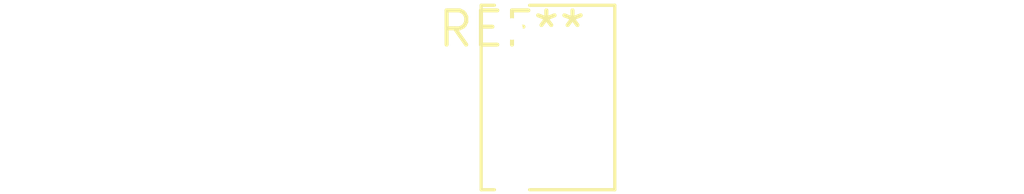
<source format=kicad_pcb>
(kicad_pcb (version 20240108) (generator pcbnew)
  (layers (0 "F.Cu" signal) (31 "B.Cu" signal) (34 "B.Paste" user) (35 "F.Paste" user) (36 "B.SilkS" user "B.Silkscreen") (37 "F.SilkS" user "F.Silkscreen") (38 "B.Mask" user) (39 "F.Mask" user) (44 "Edge.Cuts" user))
  (net 0 "")
  (footprint "Potentiometer_Vishay_T73XX_Horizontal" (layer "F.Cu") (at 0 0)
    (property "Reference" "REF**")
    (property "Value" "Potentiometer_Vishay_T73XX_Horizontal")
    (fp_line (start -1.14 -0.88) (end -1.14 5.96) (layer "F.SilkS") (stroke (width 0.12)))
    (fp_line (start -1.14 -0.88) (end -0.65 -0.88) (layer "F.SilkS") (stroke (width 0.12)))
    (fp_line (start -1.14 5.96) (end -0.65 5.96) (layer "F.SilkS") (stroke (width 0.12)))
    (fp_line (start 0.65 -0.88) (end 3.8 -0.88) (layer "F.SilkS") (stroke (width 0.12)))
    (fp_line (start 0.65 5.96) (end 3.8 5.96) (layer "F.SilkS") (stroke (width 0.12)))
    (fp_line (start 3.8 -0.88) (end 3.8 5.96) (layer "F.SilkS") (stroke (width 0.12)))
    (pad "1" thru_hole circle (at 0 0) (size 1.44 1.44) (drill 0.8) (layers *.Cu *.Mask) (remove_unused_layers))
    (pad "2" thru_hole circle (at 2.54 2.54) (size 1.44 1.44) (drill 0.8) (layers *.Cu *.Mask) (remove_unused_layers))
    (pad "3" thru_hole circle (at 0 5.08) (size 1.44 1.44) (drill 0.8) (layers *.Cu *.Mask) (remove_unused_layers))
  )
)
</source>
